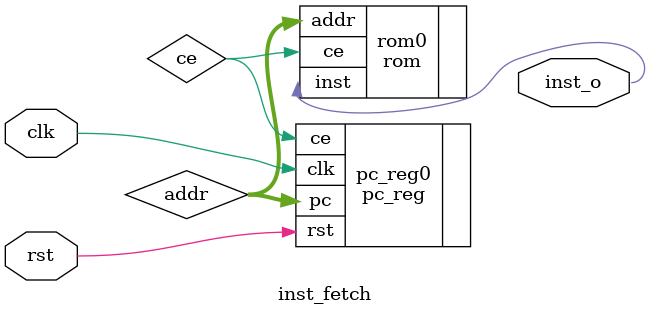
<source format=v>
module inst_fetch(
    input clk,
    input rst,
    output inst_o
);
    wire ce;
    wire [5:0]addr;
    pc_reg pc_reg0(
        .rst(rst),
        .clk(clk),
        .pc(addr),
        .ce(ce)
    );
    rom rom0(
        .addr(addr),
        .ce(ce),
        .inst(inst_o)
    );
endmodule
</source>
